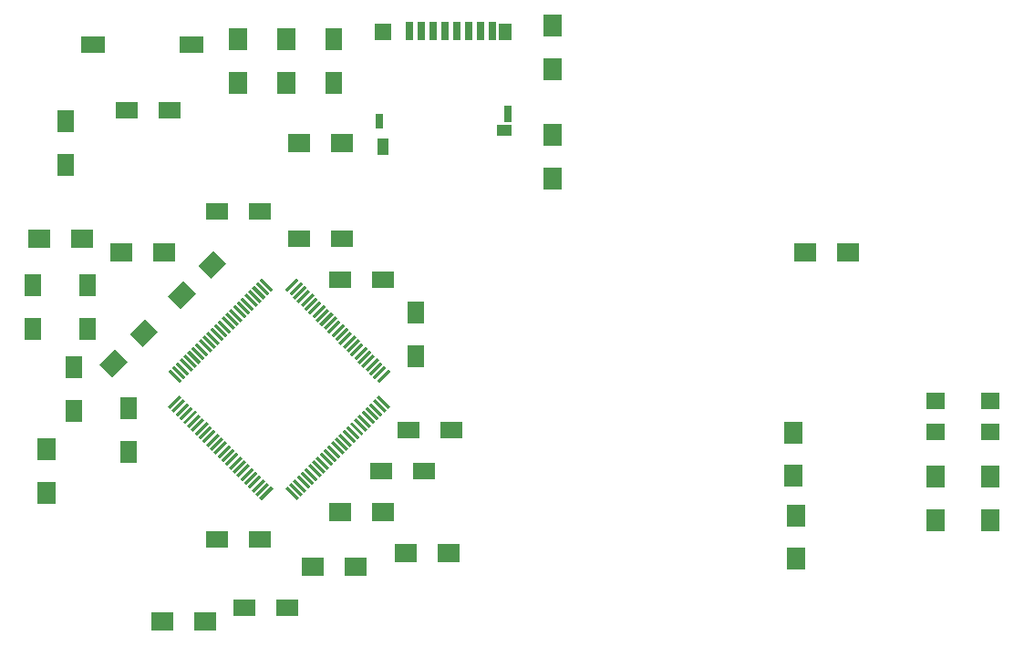
<source format=gtp>
G04 #@! TF.FileFunction,Paste,Top*
%FSLAX46Y46*%
G04 Gerber Fmt 4.6, Leading zero omitted, Abs format (unit mm)*
G04 Created by KiCad (PCBNEW 4.0.2+dfsg1-stable) date gio 27 giu 2019 16:47:11 CEST*
%MOMM*%
G01*
G04 APERTURE LIST*
%ADD10C,0.100000*%
%ADD11R,1.700000X2.000000*%
%ADD12R,2.000000X1.700000*%
%ADD13R,0.700000X1.750000*%
%ADD14R,1.300000X1.500000*%
%ADD15R,0.800000X1.500000*%
%ADD16R,1.450000X1.000000*%
%ADD17R,0.800000X1.400000*%
%ADD18R,1.500000X1.500000*%
%ADD19R,1.000000X1.550000*%
%ADD20R,1.800860X1.597660*%
%ADD21R,1.600000X2.000000*%
%ADD22R,2.180000X1.600000*%
%ADD23R,2.000000X1.600000*%
G04 APERTURE END LIST*
D10*
G36*
X132128373Y-93278478D02*
X131916241Y-93066346D01*
X132976901Y-92005686D01*
X133189033Y-92217818D01*
X132128373Y-93278478D01*
X132128373Y-93278478D01*
G37*
G36*
X132481926Y-93632031D02*
X132269794Y-93419899D01*
X133330454Y-92359239D01*
X133542586Y-92571371D01*
X132481926Y-93632031D01*
X132481926Y-93632031D01*
G37*
G36*
X132835480Y-93985584D02*
X132623348Y-93773452D01*
X133684008Y-92712792D01*
X133896140Y-92924924D01*
X132835480Y-93985584D01*
X132835480Y-93985584D01*
G37*
G36*
X133189033Y-94339138D02*
X132976901Y-94127006D01*
X134037561Y-93066346D01*
X134249693Y-93278478D01*
X133189033Y-94339138D01*
X133189033Y-94339138D01*
G37*
G36*
X133542587Y-94692691D02*
X133330455Y-94480559D01*
X134391115Y-93419899D01*
X134603247Y-93632031D01*
X133542587Y-94692691D01*
X133542587Y-94692691D01*
G37*
G36*
X133896140Y-95046244D02*
X133684008Y-94834112D01*
X134744668Y-93773452D01*
X134956800Y-93985584D01*
X133896140Y-95046244D01*
X133896140Y-95046244D01*
G37*
G36*
X134249693Y-95399798D02*
X134037561Y-95187666D01*
X135098221Y-94127006D01*
X135310353Y-94339138D01*
X134249693Y-95399798D01*
X134249693Y-95399798D01*
G37*
G36*
X134603247Y-95753351D02*
X134391115Y-95541219D01*
X135451775Y-94480559D01*
X135663907Y-94692691D01*
X134603247Y-95753351D01*
X134603247Y-95753351D01*
G37*
G36*
X134956800Y-96106905D02*
X134744668Y-95894773D01*
X135805328Y-94834113D01*
X136017460Y-95046245D01*
X134956800Y-96106905D01*
X134956800Y-96106905D01*
G37*
G36*
X135310354Y-96460458D02*
X135098222Y-96248326D01*
X136158882Y-95187666D01*
X136371014Y-95399798D01*
X135310354Y-96460458D01*
X135310354Y-96460458D01*
G37*
G36*
X135663907Y-96814011D02*
X135451775Y-96601879D01*
X136512435Y-95541219D01*
X136724567Y-95753351D01*
X135663907Y-96814011D01*
X135663907Y-96814011D01*
G37*
G36*
X136017460Y-97167565D02*
X135805328Y-96955433D01*
X136865988Y-95894773D01*
X137078120Y-96106905D01*
X136017460Y-97167565D01*
X136017460Y-97167565D01*
G37*
G36*
X136371014Y-97521118D02*
X136158882Y-97308986D01*
X137219542Y-96248326D01*
X137431674Y-96460458D01*
X136371014Y-97521118D01*
X136371014Y-97521118D01*
G37*
G36*
X136724567Y-97874672D02*
X136512435Y-97662540D01*
X137573095Y-96601880D01*
X137785227Y-96814012D01*
X136724567Y-97874672D01*
X136724567Y-97874672D01*
G37*
G36*
X137078121Y-98228225D02*
X136865989Y-98016093D01*
X137926649Y-96955433D01*
X138138781Y-97167565D01*
X137078121Y-98228225D01*
X137078121Y-98228225D01*
G37*
G36*
X137431674Y-98581778D02*
X137219542Y-98369646D01*
X138280202Y-97308986D01*
X138492334Y-97521118D01*
X137431674Y-98581778D01*
X137431674Y-98581778D01*
G37*
G36*
X137785227Y-98935332D02*
X137573095Y-98723200D01*
X138633755Y-97662540D01*
X138845887Y-97874672D01*
X137785227Y-98935332D01*
X137785227Y-98935332D01*
G37*
G36*
X138138781Y-99288885D02*
X137926649Y-99076753D01*
X138987309Y-98016093D01*
X139199441Y-98228225D01*
X138138781Y-99288885D01*
X138138781Y-99288885D01*
G37*
G36*
X138492334Y-99642439D02*
X138280202Y-99430307D01*
X139340862Y-98369647D01*
X139552994Y-98581779D01*
X138492334Y-99642439D01*
X138492334Y-99642439D01*
G37*
G36*
X138845888Y-99995992D02*
X138633756Y-99783860D01*
X139694416Y-98723200D01*
X139906548Y-98935332D01*
X138845888Y-99995992D01*
X138845888Y-99995992D01*
G37*
G36*
X139199441Y-100349545D02*
X138987309Y-100137413D01*
X140047969Y-99076753D01*
X140260101Y-99288885D01*
X139199441Y-100349545D01*
X139199441Y-100349545D01*
G37*
G36*
X139552994Y-100703099D02*
X139340862Y-100490967D01*
X140401522Y-99430307D01*
X140613654Y-99642439D01*
X139552994Y-100703099D01*
X139552994Y-100703099D01*
G37*
G36*
X139906548Y-101056652D02*
X139694416Y-100844520D01*
X140755076Y-99783860D01*
X140967208Y-99995992D01*
X139906548Y-101056652D01*
X139906548Y-101056652D01*
G37*
G36*
X140260101Y-101410206D02*
X140047969Y-101198074D01*
X141108629Y-100137414D01*
X141320761Y-100349546D01*
X140260101Y-101410206D01*
X140260101Y-101410206D01*
G37*
G36*
X140613654Y-101763759D02*
X140401522Y-101551627D01*
X141462182Y-100490967D01*
X141674314Y-100703099D01*
X140613654Y-101763759D01*
X140613654Y-101763759D01*
G37*
G36*
X144078478Y-101551627D02*
X143866346Y-101763759D01*
X142805686Y-100703099D01*
X143017818Y-100490967D01*
X144078478Y-101551627D01*
X144078478Y-101551627D01*
G37*
G36*
X144432031Y-101198074D02*
X144219899Y-101410206D01*
X143159239Y-100349546D01*
X143371371Y-100137414D01*
X144432031Y-101198074D01*
X144432031Y-101198074D01*
G37*
G36*
X144785584Y-100844520D02*
X144573452Y-101056652D01*
X143512792Y-99995992D01*
X143724924Y-99783860D01*
X144785584Y-100844520D01*
X144785584Y-100844520D01*
G37*
G36*
X145139138Y-100490967D02*
X144927006Y-100703099D01*
X143866346Y-99642439D01*
X144078478Y-99430307D01*
X145139138Y-100490967D01*
X145139138Y-100490967D01*
G37*
G36*
X145492691Y-100137413D02*
X145280559Y-100349545D01*
X144219899Y-99288885D01*
X144432031Y-99076753D01*
X145492691Y-100137413D01*
X145492691Y-100137413D01*
G37*
G36*
X145846244Y-99783860D02*
X145634112Y-99995992D01*
X144573452Y-98935332D01*
X144785584Y-98723200D01*
X145846244Y-99783860D01*
X145846244Y-99783860D01*
G37*
G36*
X146199798Y-99430307D02*
X145987666Y-99642439D01*
X144927006Y-98581779D01*
X145139138Y-98369647D01*
X146199798Y-99430307D01*
X146199798Y-99430307D01*
G37*
G36*
X146553351Y-99076753D02*
X146341219Y-99288885D01*
X145280559Y-98228225D01*
X145492691Y-98016093D01*
X146553351Y-99076753D01*
X146553351Y-99076753D01*
G37*
G36*
X146906905Y-98723200D02*
X146694773Y-98935332D01*
X145634113Y-97874672D01*
X145846245Y-97662540D01*
X146906905Y-98723200D01*
X146906905Y-98723200D01*
G37*
G36*
X147260458Y-98369646D02*
X147048326Y-98581778D01*
X145987666Y-97521118D01*
X146199798Y-97308986D01*
X147260458Y-98369646D01*
X147260458Y-98369646D01*
G37*
G36*
X147614011Y-98016093D02*
X147401879Y-98228225D01*
X146341219Y-97167565D01*
X146553351Y-96955433D01*
X147614011Y-98016093D01*
X147614011Y-98016093D01*
G37*
G36*
X147967565Y-97662540D02*
X147755433Y-97874672D01*
X146694773Y-96814012D01*
X146906905Y-96601880D01*
X147967565Y-97662540D01*
X147967565Y-97662540D01*
G37*
G36*
X148321118Y-97308986D02*
X148108986Y-97521118D01*
X147048326Y-96460458D01*
X147260458Y-96248326D01*
X148321118Y-97308986D01*
X148321118Y-97308986D01*
G37*
G36*
X148674672Y-96955433D02*
X148462540Y-97167565D01*
X147401880Y-96106905D01*
X147614012Y-95894773D01*
X148674672Y-96955433D01*
X148674672Y-96955433D01*
G37*
G36*
X149028225Y-96601879D02*
X148816093Y-96814011D01*
X147755433Y-95753351D01*
X147967565Y-95541219D01*
X149028225Y-96601879D01*
X149028225Y-96601879D01*
G37*
G36*
X149381778Y-96248326D02*
X149169646Y-96460458D01*
X148108986Y-95399798D01*
X148321118Y-95187666D01*
X149381778Y-96248326D01*
X149381778Y-96248326D01*
G37*
G36*
X149735332Y-95894773D02*
X149523200Y-96106905D01*
X148462540Y-95046245D01*
X148674672Y-94834113D01*
X149735332Y-95894773D01*
X149735332Y-95894773D01*
G37*
G36*
X150088885Y-95541219D02*
X149876753Y-95753351D01*
X148816093Y-94692691D01*
X149028225Y-94480559D01*
X150088885Y-95541219D01*
X150088885Y-95541219D01*
G37*
G36*
X150442439Y-95187666D02*
X150230307Y-95399798D01*
X149169647Y-94339138D01*
X149381779Y-94127006D01*
X150442439Y-95187666D01*
X150442439Y-95187666D01*
G37*
G36*
X150795992Y-94834112D02*
X150583860Y-95046244D01*
X149523200Y-93985584D01*
X149735332Y-93773452D01*
X150795992Y-94834112D01*
X150795992Y-94834112D01*
G37*
G36*
X151149545Y-94480559D02*
X150937413Y-94692691D01*
X149876753Y-93632031D01*
X150088885Y-93419899D01*
X151149545Y-94480559D01*
X151149545Y-94480559D01*
G37*
G36*
X151503099Y-94127006D02*
X151290967Y-94339138D01*
X150230307Y-93278478D01*
X150442439Y-93066346D01*
X151503099Y-94127006D01*
X151503099Y-94127006D01*
G37*
G36*
X151856652Y-93773452D02*
X151644520Y-93985584D01*
X150583860Y-92924924D01*
X150795992Y-92712792D01*
X151856652Y-93773452D01*
X151856652Y-93773452D01*
G37*
G36*
X152210206Y-93419899D02*
X151998074Y-93632031D01*
X150937414Y-92571371D01*
X151149546Y-92359239D01*
X152210206Y-93419899D01*
X152210206Y-93419899D01*
G37*
G36*
X152563759Y-93066346D02*
X152351627Y-93278478D01*
X151290967Y-92217818D01*
X151503099Y-92005686D01*
X152563759Y-93066346D01*
X152563759Y-93066346D01*
G37*
G36*
X151503099Y-90874314D02*
X151290967Y-90662182D01*
X152351627Y-89601522D01*
X152563759Y-89813654D01*
X151503099Y-90874314D01*
X151503099Y-90874314D01*
G37*
G36*
X151149546Y-90520761D02*
X150937414Y-90308629D01*
X151998074Y-89247969D01*
X152210206Y-89460101D01*
X151149546Y-90520761D01*
X151149546Y-90520761D01*
G37*
G36*
X150795992Y-90167208D02*
X150583860Y-89955076D01*
X151644520Y-88894416D01*
X151856652Y-89106548D01*
X150795992Y-90167208D01*
X150795992Y-90167208D01*
G37*
G36*
X150442439Y-89813654D02*
X150230307Y-89601522D01*
X151290967Y-88540862D01*
X151503099Y-88752994D01*
X150442439Y-89813654D01*
X150442439Y-89813654D01*
G37*
G36*
X150088885Y-89460101D02*
X149876753Y-89247969D01*
X150937413Y-88187309D01*
X151149545Y-88399441D01*
X150088885Y-89460101D01*
X150088885Y-89460101D01*
G37*
G36*
X149735332Y-89106548D02*
X149523200Y-88894416D01*
X150583860Y-87833756D01*
X150795992Y-88045888D01*
X149735332Y-89106548D01*
X149735332Y-89106548D01*
G37*
G36*
X149381779Y-88752994D02*
X149169647Y-88540862D01*
X150230307Y-87480202D01*
X150442439Y-87692334D01*
X149381779Y-88752994D01*
X149381779Y-88752994D01*
G37*
G36*
X149028225Y-88399441D02*
X148816093Y-88187309D01*
X149876753Y-87126649D01*
X150088885Y-87338781D01*
X149028225Y-88399441D01*
X149028225Y-88399441D01*
G37*
G36*
X148674672Y-88045887D02*
X148462540Y-87833755D01*
X149523200Y-86773095D01*
X149735332Y-86985227D01*
X148674672Y-88045887D01*
X148674672Y-88045887D01*
G37*
G36*
X148321118Y-87692334D02*
X148108986Y-87480202D01*
X149169646Y-86419542D01*
X149381778Y-86631674D01*
X148321118Y-87692334D01*
X148321118Y-87692334D01*
G37*
G36*
X147967565Y-87338781D02*
X147755433Y-87126649D01*
X148816093Y-86065989D01*
X149028225Y-86278121D01*
X147967565Y-87338781D01*
X147967565Y-87338781D01*
G37*
G36*
X147614012Y-86985227D02*
X147401880Y-86773095D01*
X148462540Y-85712435D01*
X148674672Y-85924567D01*
X147614012Y-86985227D01*
X147614012Y-86985227D01*
G37*
G36*
X147260458Y-86631674D02*
X147048326Y-86419542D01*
X148108986Y-85358882D01*
X148321118Y-85571014D01*
X147260458Y-86631674D01*
X147260458Y-86631674D01*
G37*
G36*
X146906905Y-86278120D02*
X146694773Y-86065988D01*
X147755433Y-85005328D01*
X147967565Y-85217460D01*
X146906905Y-86278120D01*
X146906905Y-86278120D01*
G37*
G36*
X146553351Y-85924567D02*
X146341219Y-85712435D01*
X147401879Y-84651775D01*
X147614011Y-84863907D01*
X146553351Y-85924567D01*
X146553351Y-85924567D01*
G37*
G36*
X146199798Y-85571014D02*
X145987666Y-85358882D01*
X147048326Y-84298222D01*
X147260458Y-84510354D01*
X146199798Y-85571014D01*
X146199798Y-85571014D01*
G37*
G36*
X145846245Y-85217460D02*
X145634113Y-85005328D01*
X146694773Y-83944668D01*
X146906905Y-84156800D01*
X145846245Y-85217460D01*
X145846245Y-85217460D01*
G37*
G36*
X145492691Y-84863907D02*
X145280559Y-84651775D01*
X146341219Y-83591115D01*
X146553351Y-83803247D01*
X145492691Y-84863907D01*
X145492691Y-84863907D01*
G37*
G36*
X145139138Y-84510353D02*
X144927006Y-84298221D01*
X145987666Y-83237561D01*
X146199798Y-83449693D01*
X145139138Y-84510353D01*
X145139138Y-84510353D01*
G37*
G36*
X144785584Y-84156800D02*
X144573452Y-83944668D01*
X145634112Y-82884008D01*
X145846244Y-83096140D01*
X144785584Y-84156800D01*
X144785584Y-84156800D01*
G37*
G36*
X144432031Y-83803247D02*
X144219899Y-83591115D01*
X145280559Y-82530455D01*
X145492691Y-82742587D01*
X144432031Y-83803247D01*
X144432031Y-83803247D01*
G37*
G36*
X144078478Y-83449693D02*
X143866346Y-83237561D01*
X144927006Y-82176901D01*
X145139138Y-82389033D01*
X144078478Y-83449693D01*
X144078478Y-83449693D01*
G37*
G36*
X143724924Y-83096140D02*
X143512792Y-82884008D01*
X144573452Y-81823348D01*
X144785584Y-82035480D01*
X143724924Y-83096140D01*
X143724924Y-83096140D01*
G37*
G36*
X143371371Y-82742586D02*
X143159239Y-82530454D01*
X144219899Y-81469794D01*
X144432031Y-81681926D01*
X143371371Y-82742586D01*
X143371371Y-82742586D01*
G37*
G36*
X143017818Y-82389033D02*
X142805686Y-82176901D01*
X143866346Y-81116241D01*
X144078478Y-81328373D01*
X143017818Y-82389033D01*
X143017818Y-82389033D01*
G37*
G36*
X141674314Y-82176901D02*
X141462182Y-82389033D01*
X140401522Y-81328373D01*
X140613654Y-81116241D01*
X141674314Y-82176901D01*
X141674314Y-82176901D01*
G37*
G36*
X141320761Y-82530454D02*
X141108629Y-82742586D01*
X140047969Y-81681926D01*
X140260101Y-81469794D01*
X141320761Y-82530454D01*
X141320761Y-82530454D01*
G37*
G36*
X140967208Y-82884008D02*
X140755076Y-83096140D01*
X139694416Y-82035480D01*
X139906548Y-81823348D01*
X140967208Y-82884008D01*
X140967208Y-82884008D01*
G37*
G36*
X140613654Y-83237561D02*
X140401522Y-83449693D01*
X139340862Y-82389033D01*
X139552994Y-82176901D01*
X140613654Y-83237561D01*
X140613654Y-83237561D01*
G37*
G36*
X140260101Y-83591115D02*
X140047969Y-83803247D01*
X138987309Y-82742587D01*
X139199441Y-82530455D01*
X140260101Y-83591115D01*
X140260101Y-83591115D01*
G37*
G36*
X139906548Y-83944668D02*
X139694416Y-84156800D01*
X138633756Y-83096140D01*
X138845888Y-82884008D01*
X139906548Y-83944668D01*
X139906548Y-83944668D01*
G37*
G36*
X139552994Y-84298221D02*
X139340862Y-84510353D01*
X138280202Y-83449693D01*
X138492334Y-83237561D01*
X139552994Y-84298221D01*
X139552994Y-84298221D01*
G37*
G36*
X139199441Y-84651775D02*
X138987309Y-84863907D01*
X137926649Y-83803247D01*
X138138781Y-83591115D01*
X139199441Y-84651775D01*
X139199441Y-84651775D01*
G37*
G36*
X138845887Y-85005328D02*
X138633755Y-85217460D01*
X137573095Y-84156800D01*
X137785227Y-83944668D01*
X138845887Y-85005328D01*
X138845887Y-85005328D01*
G37*
G36*
X138492334Y-85358882D02*
X138280202Y-85571014D01*
X137219542Y-84510354D01*
X137431674Y-84298222D01*
X138492334Y-85358882D01*
X138492334Y-85358882D01*
G37*
G36*
X138138781Y-85712435D02*
X137926649Y-85924567D01*
X136865989Y-84863907D01*
X137078121Y-84651775D01*
X138138781Y-85712435D01*
X138138781Y-85712435D01*
G37*
G36*
X137785227Y-86065988D02*
X137573095Y-86278120D01*
X136512435Y-85217460D01*
X136724567Y-85005328D01*
X137785227Y-86065988D01*
X137785227Y-86065988D01*
G37*
G36*
X137431674Y-86419542D02*
X137219542Y-86631674D01*
X136158882Y-85571014D01*
X136371014Y-85358882D01*
X137431674Y-86419542D01*
X137431674Y-86419542D01*
G37*
G36*
X137078120Y-86773095D02*
X136865988Y-86985227D01*
X135805328Y-85924567D01*
X136017460Y-85712435D01*
X137078120Y-86773095D01*
X137078120Y-86773095D01*
G37*
G36*
X136724567Y-87126649D02*
X136512435Y-87338781D01*
X135451775Y-86278121D01*
X135663907Y-86065989D01*
X136724567Y-87126649D01*
X136724567Y-87126649D01*
G37*
G36*
X136371014Y-87480202D02*
X136158882Y-87692334D01*
X135098222Y-86631674D01*
X135310354Y-86419542D01*
X136371014Y-87480202D01*
X136371014Y-87480202D01*
G37*
G36*
X136017460Y-87833755D02*
X135805328Y-88045887D01*
X134744668Y-86985227D01*
X134956800Y-86773095D01*
X136017460Y-87833755D01*
X136017460Y-87833755D01*
G37*
G36*
X135663907Y-88187309D02*
X135451775Y-88399441D01*
X134391115Y-87338781D01*
X134603247Y-87126649D01*
X135663907Y-88187309D01*
X135663907Y-88187309D01*
G37*
G36*
X135310353Y-88540862D02*
X135098221Y-88752994D01*
X134037561Y-87692334D01*
X134249693Y-87480202D01*
X135310353Y-88540862D01*
X135310353Y-88540862D01*
G37*
G36*
X134956800Y-88894416D02*
X134744668Y-89106548D01*
X133684008Y-88045888D01*
X133896140Y-87833756D01*
X134956800Y-88894416D01*
X134956800Y-88894416D01*
G37*
G36*
X134603247Y-89247969D02*
X134391115Y-89460101D01*
X133330455Y-88399441D01*
X133542587Y-88187309D01*
X134603247Y-89247969D01*
X134603247Y-89247969D01*
G37*
G36*
X134249693Y-89601522D02*
X134037561Y-89813654D01*
X132976901Y-88752994D01*
X133189033Y-88540862D01*
X134249693Y-89601522D01*
X134249693Y-89601522D01*
G37*
G36*
X133896140Y-89955076D02*
X133684008Y-90167208D01*
X132623348Y-89106548D01*
X132835480Y-88894416D01*
X133896140Y-89955076D01*
X133896140Y-89955076D01*
G37*
G36*
X133542586Y-90308629D02*
X133330454Y-90520761D01*
X132269794Y-89460101D01*
X132481926Y-89247969D01*
X133542586Y-90308629D01*
X133542586Y-90308629D01*
G37*
G36*
X133189033Y-90662182D02*
X132976901Y-90874314D01*
X131916241Y-89813654D01*
X132128373Y-89601522D01*
X133189033Y-90662182D01*
X133189033Y-90662182D01*
G37*
D11*
X208280000Y-99600000D03*
X208280000Y-103600000D03*
X203200000Y-99600000D03*
X203200000Y-103600000D03*
D12*
X144050000Y-68580000D03*
X148050000Y-68580000D03*
D13*
X162005000Y-58150000D03*
D14*
X163205000Y-58275000D03*
D15*
X163455000Y-65875000D03*
D16*
X163130000Y-67375000D03*
D17*
X151505000Y-66525000D03*
D13*
X160905000Y-58150000D03*
X159805000Y-58150000D03*
X158705000Y-58150000D03*
X157605000Y-58150000D03*
X156505000Y-58150000D03*
X155405000Y-58150000D03*
X154305000Y-58150000D03*
D18*
X151855000Y-58275000D03*
D19*
X151905000Y-68950000D03*
D20*
X208280000Y-92560140D03*
X208280000Y-95399860D03*
X203200000Y-92560140D03*
X203200000Y-95399860D03*
D21*
X147320000Y-62960000D03*
X147320000Y-58960000D03*
D22*
X124950000Y-59436000D03*
X134130000Y-59436000D03*
D12*
X123920000Y-77470000D03*
X119920000Y-77470000D03*
X127540000Y-78740000D03*
X131540000Y-78740000D03*
X145320000Y-107950000D03*
X149320000Y-107950000D03*
X153956000Y-106680000D03*
X157956000Y-106680000D03*
X151860000Y-102870000D03*
X147860000Y-102870000D03*
D10*
G36*
X133099720Y-84002362D02*
X131897638Y-82800280D01*
X133311852Y-81386066D01*
X134513934Y-82588148D01*
X133099720Y-84002362D01*
X133099720Y-84002362D01*
G37*
G36*
X135928148Y-81173934D02*
X134726066Y-79971852D01*
X136140280Y-78557638D01*
X137342362Y-79759720D01*
X135928148Y-81173934D01*
X135928148Y-81173934D01*
G37*
G36*
X126749720Y-90352362D02*
X125547638Y-89150280D01*
X126961852Y-87736066D01*
X128163934Y-88938148D01*
X126749720Y-90352362D01*
X126749720Y-90352362D01*
G37*
G36*
X129578148Y-87523934D02*
X128376066Y-86321852D01*
X129790280Y-84907638D01*
X130992362Y-86109720D01*
X129578148Y-87523934D01*
X129578148Y-87523934D01*
G37*
D11*
X190000000Y-95500000D03*
X190000000Y-99500000D03*
X190195000Y-103185000D03*
X190195000Y-107185000D03*
X120650000Y-97060000D03*
X120650000Y-101060000D03*
D12*
X131350000Y-113030000D03*
X135350000Y-113030000D03*
D11*
X138430000Y-58960000D03*
X138430000Y-62960000D03*
D12*
X191040000Y-78740000D03*
X195040000Y-78740000D03*
D23*
X158210000Y-95250000D03*
X154210000Y-95250000D03*
X140430000Y-74930000D03*
X136430000Y-74930000D03*
D21*
X119380000Y-81820000D03*
X119380000Y-85820000D03*
X154940000Y-88360000D03*
X154940000Y-84360000D03*
D23*
X128048000Y-65532000D03*
X132048000Y-65532000D03*
D21*
X128270000Y-97250000D03*
X128270000Y-93250000D03*
X124460000Y-81820000D03*
X124460000Y-85820000D03*
D23*
X148050000Y-77470000D03*
X144050000Y-77470000D03*
X155670000Y-99060000D03*
X151670000Y-99060000D03*
D21*
X122428000Y-66580000D03*
X122428000Y-70580000D03*
D23*
X147860000Y-81280000D03*
X151860000Y-81280000D03*
X136430000Y-105410000D03*
X140430000Y-105410000D03*
D21*
X123190000Y-93440000D03*
X123190000Y-89440000D03*
D23*
X138970000Y-111760000D03*
X142970000Y-111760000D03*
D11*
X167640000Y-71850000D03*
X167640000Y-67850000D03*
X167640000Y-57690000D03*
X167640000Y-61690000D03*
X142875000Y-62960000D03*
X142875000Y-58960000D03*
M02*

</source>
